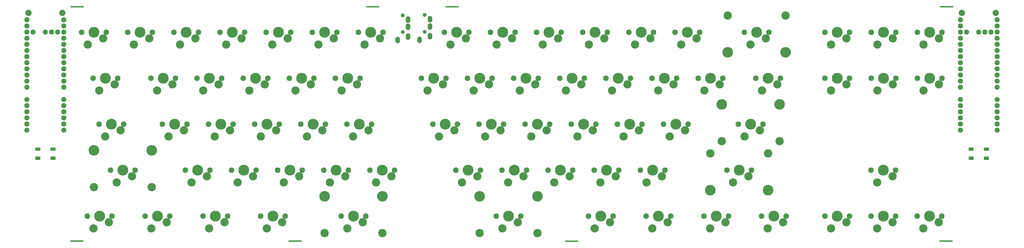
<source format=gbr>
G04 #@! TF.GenerationSoftware,KiCad,Pcbnew,(5.1.9)-1*
G04 #@! TF.CreationDate,2021-03-29T22:20:50-07:00*
G04 #@! TF.ProjectId,umiko,62616b65-6b75-46a6-9972-612e6b696361,0.3*
G04 #@! TF.SameCoordinates,Original*
G04 #@! TF.FileFunction,Soldermask,Top*
G04 #@! TF.FilePolarity,Negative*
%FSLAX46Y46*%
G04 Gerber Fmt 4.6, Leading zero omitted, Abs format (unit mm)*
G04 Created by KiCad (PCBNEW (5.1.9)-1) date 2021-03-29 22:20:50*
%MOMM*%
%LPD*%
G01*
G04 APERTURE LIST*
%ADD10C,0.700000*%
%ADD11C,2.100000*%
%ADD12C,2.600000*%
%ADD13C,3.400000*%
%ADD14C,2.300000*%
%ADD15C,4.500000*%
%ADD16C,4.387800*%
%ADD17C,3.448000*%
%ADD18C,2.150000*%
%ADD19C,1.600000*%
%ADD20O,1.900000X2.700000*%
G04 APERTURE END LIST*
D10*
X43212500Y-132200000D03*
X42025000Y-132200000D03*
X43806250Y-132200000D03*
X42618750Y-132200000D03*
X46775000Y-132200000D03*
X46181250Y-132200000D03*
X45587500Y-132200000D03*
X44993750Y-132200000D03*
X44400000Y-132200000D03*
X133312500Y-132200000D03*
X132125000Y-132200000D03*
X133906250Y-132200000D03*
X132718750Y-132200000D03*
X136875000Y-132200000D03*
X136281250Y-132200000D03*
X135687500Y-132200000D03*
X135093750Y-132200000D03*
X134500000Y-132200000D03*
X247512500Y-132300000D03*
X246325000Y-132300000D03*
X248106250Y-132300000D03*
X246918750Y-132300000D03*
X251075000Y-132300000D03*
X250481250Y-132300000D03*
X249887500Y-132300000D03*
X249293750Y-132300000D03*
X248700000Y-132300000D03*
X402112500Y-132200000D03*
X400925000Y-132200000D03*
X402706250Y-132200000D03*
X401518750Y-132200000D03*
X405675000Y-132200000D03*
X405081250Y-132200000D03*
X404487500Y-132200000D03*
X403893750Y-132200000D03*
X403300000Y-132200000D03*
X402312500Y-35100000D03*
X401125000Y-35100000D03*
X402906250Y-35100000D03*
X401718750Y-35100000D03*
X405875000Y-35100000D03*
X405281250Y-35100000D03*
X404687500Y-35100000D03*
X404093750Y-35100000D03*
X403500000Y-35100000D03*
X198112500Y-35100000D03*
X196925000Y-35100000D03*
X198706250Y-35100000D03*
X197518750Y-35100000D03*
X201675000Y-35100000D03*
X201081250Y-35100000D03*
X200487500Y-35100000D03*
X199893750Y-35100000D03*
X199300000Y-35100000D03*
X165412500Y-35100000D03*
X164225000Y-35100000D03*
X166006250Y-35100000D03*
X164818750Y-35100000D03*
X168975000Y-35100000D03*
X168381250Y-35100000D03*
X167787500Y-35100000D03*
X167193750Y-35100000D03*
X166600000Y-35100000D03*
X43312500Y-35100000D03*
X42125000Y-35100000D03*
X43906250Y-35100000D03*
X42718750Y-35100000D03*
X46875000Y-35100000D03*
X46281250Y-35100000D03*
X45687500Y-35100000D03*
X45093750Y-35100000D03*
X44500000Y-35100000D03*
D11*
X409179000Y-40513000D03*
X424394000Y-43053000D03*
D12*
X409789000Y-37688200D03*
X423784400Y-37688200D03*
D11*
X424394000Y-40513000D03*
X421854000Y-45593000D03*
X424394000Y-45593000D03*
X424394000Y-48133000D03*
X424394000Y-50673000D03*
X424394000Y-53213000D03*
X419314000Y-45593000D03*
X416774000Y-45593000D03*
X424394000Y-55753000D03*
X424394000Y-58293000D03*
X424394000Y-60833000D03*
X424394000Y-63373000D03*
X424394000Y-65913000D03*
X424394000Y-68453000D03*
X424394000Y-76073000D03*
X424394000Y-81153000D03*
X424394000Y-83693000D03*
X424394000Y-78613000D03*
X424394000Y-86233000D03*
X424394000Y-73533000D03*
X409179000Y-43053000D03*
X409179000Y-45593000D03*
X409179000Y-50673000D03*
X411719000Y-45593000D03*
X409179000Y-48133000D03*
X409179000Y-53213000D03*
X409179000Y-55753000D03*
X409179000Y-58293000D03*
X409179000Y-63373000D03*
X409179000Y-65913000D03*
X409179000Y-60833000D03*
X409179000Y-68453000D03*
X409179000Y-76073000D03*
X409179000Y-73533000D03*
X409179000Y-81153000D03*
X409179000Y-78613000D03*
X409179000Y-83693000D03*
X409179000Y-86233000D03*
X23759000Y-40513000D03*
X38974000Y-43053000D03*
D12*
X24369000Y-37688200D03*
X38364400Y-37688200D03*
D11*
X38974000Y-40513000D03*
X36434000Y-45593000D03*
X38974000Y-45593000D03*
X38974000Y-48133000D03*
X38974000Y-50673000D03*
X38974000Y-53213000D03*
X33894000Y-45593000D03*
X31354000Y-45593000D03*
X38974000Y-55753000D03*
X38974000Y-58293000D03*
X38974000Y-60833000D03*
X38974000Y-63373000D03*
X38974000Y-65913000D03*
X38974000Y-68453000D03*
X38974000Y-76073000D03*
X38974000Y-81153000D03*
X38974000Y-83693000D03*
X38974000Y-78613000D03*
X38974000Y-86233000D03*
X38974000Y-73533000D03*
X23759000Y-43053000D03*
X23759000Y-45593000D03*
X23759000Y-50673000D03*
X26299000Y-45593000D03*
X23759000Y-48133000D03*
X23759000Y-53213000D03*
X23759000Y-55753000D03*
X23759000Y-58293000D03*
X23759000Y-63373000D03*
X23759000Y-65913000D03*
X23759000Y-60833000D03*
X23759000Y-68453000D03*
X23759000Y-76073000D03*
X23759000Y-73533000D03*
X23759000Y-81153000D03*
X23759000Y-78613000D03*
X23759000Y-83693000D03*
X23759000Y-86233000D03*
D13*
X144145000Y-50800000D03*
X150495000Y-48260000D03*
D14*
X151765000Y-45720000D03*
X141605000Y-45720000D03*
D15*
X146685000Y-45720000D03*
D13*
X315341000Y-107950000D03*
X321691000Y-105410000D03*
D14*
X322961000Y-102870000D03*
X312801000Y-102870000D03*
D15*
X317881000Y-102870000D03*
D16*
X329819000Y-111125000D03*
X305943000Y-111125000D03*
D17*
X329819000Y-95885000D03*
X305943000Y-95885000D03*
D18*
X322961000Y-102870000D03*
X312801000Y-102870000D03*
D16*
X317881000Y-102870000D03*
X170529250Y-113665000D03*
X146653250Y-113665000D03*
D17*
X170529250Y-128905000D03*
X146653250Y-128905000D03*
D18*
X163671250Y-121920000D03*
X153511250Y-121920000D03*
D16*
X158591250Y-121920000D03*
D13*
X156051250Y-127000000D03*
X162401250Y-124460000D03*
D14*
X163671250Y-121920000D03*
X153511250Y-121920000D03*
D15*
X158591250Y-121920000D03*
D16*
X146653250Y-113665000D03*
X170529250Y-113665000D03*
D17*
X146653250Y-128905000D03*
X170529250Y-128905000D03*
D18*
X163671250Y-121920000D03*
X153511250Y-121920000D03*
D16*
X158591250Y-121920000D03*
X234569000Y-113665000D03*
X210693000Y-113665000D03*
D17*
X234569000Y-128905000D03*
X210693000Y-128905000D03*
D18*
X227711000Y-121920000D03*
X217551000Y-121920000D03*
D16*
X222631000Y-121920000D03*
D13*
X220091000Y-127000000D03*
X226441000Y-124460000D03*
D14*
X227711000Y-121920000D03*
X217551000Y-121920000D03*
D15*
X222631000Y-121920000D03*
D18*
X227711000Y-121920000D03*
X217551000Y-121920000D03*
D16*
X222631000Y-121920000D03*
D13*
X320103500Y-88900000D03*
X326453500Y-86360000D03*
D14*
X327723500Y-83820000D03*
X317563500Y-83820000D03*
D15*
X322643500Y-83820000D03*
D16*
X310705500Y-75565000D03*
X334581500Y-75565000D03*
D17*
X310705500Y-90805000D03*
X334581500Y-90805000D03*
D18*
X327723500Y-83820000D03*
X317563500Y-83820000D03*
D16*
X322643500Y-83820000D03*
D19*
X178952000Y-38630000D03*
X178952000Y-45630000D03*
D20*
X181102000Y-40430000D03*
X181102000Y-43430000D03*
X181102000Y-47430000D03*
X176802000Y-48930000D03*
D19*
X188023500Y-38503000D03*
X188023500Y-45503000D03*
D20*
X190173500Y-40303000D03*
X190173500Y-43303000D03*
X190173500Y-47303000D03*
X185873500Y-48803000D03*
G36*
G01*
X33505000Y-98400000D02*
X33505000Y-97400000D01*
G75*
G02*
X33705000Y-97200000I200000J0D01*
G01*
X35405000Y-97200000D01*
G75*
G02*
X35605000Y-97400000I0J-200000D01*
G01*
X35605000Y-98400000D01*
G75*
G02*
X35405000Y-98600000I-200000J0D01*
G01*
X33705000Y-98600000D01*
G75*
G02*
X33505000Y-98400000I0J200000D01*
G01*
G37*
G36*
G01*
X27205000Y-98400000D02*
X27205000Y-97400000D01*
G75*
G02*
X27405000Y-97200000I200000J0D01*
G01*
X29105000Y-97200000D01*
G75*
G02*
X29305000Y-97400000I0J-200000D01*
G01*
X29305000Y-98400000D01*
G75*
G02*
X29105000Y-98600000I-200000J0D01*
G01*
X27405000Y-98600000D01*
G75*
G02*
X27205000Y-98400000I0J200000D01*
G01*
G37*
G36*
G01*
X33505000Y-94600000D02*
X33505000Y-93600000D01*
G75*
G02*
X33705000Y-93400000I200000J0D01*
G01*
X35405000Y-93400000D01*
G75*
G02*
X35605000Y-93600000I0J-200000D01*
G01*
X35605000Y-94600000D01*
G75*
G02*
X35405000Y-94800000I-200000J0D01*
G01*
X33705000Y-94800000D01*
G75*
G02*
X33505000Y-94600000I0J200000D01*
G01*
G37*
G36*
G01*
X27205000Y-94600000D02*
X27205000Y-93600000D01*
G75*
G02*
X27405000Y-93400000I200000J0D01*
G01*
X29105000Y-93400000D01*
G75*
G02*
X29305000Y-93600000I0J-200000D01*
G01*
X29305000Y-94600000D01*
G75*
G02*
X29105000Y-94800000I-200000J0D01*
G01*
X27405000Y-94800000D01*
G75*
G02*
X27205000Y-94600000I0J200000D01*
G01*
G37*
G36*
G01*
X418877500Y-98400000D02*
X418877500Y-97400000D01*
G75*
G02*
X419077500Y-97200000I200000J0D01*
G01*
X420777500Y-97200000D01*
G75*
G02*
X420977500Y-97400000I0J-200000D01*
G01*
X420977500Y-98400000D01*
G75*
G02*
X420777500Y-98600000I-200000J0D01*
G01*
X419077500Y-98600000D01*
G75*
G02*
X418877500Y-98400000I0J200000D01*
G01*
G37*
G36*
G01*
X412577500Y-98400000D02*
X412577500Y-97400000D01*
G75*
G02*
X412777500Y-97200000I200000J0D01*
G01*
X414477500Y-97200000D01*
G75*
G02*
X414677500Y-97400000I0J-200000D01*
G01*
X414677500Y-98400000D01*
G75*
G02*
X414477500Y-98600000I-200000J0D01*
G01*
X412777500Y-98600000D01*
G75*
G02*
X412577500Y-98400000I0J200000D01*
G01*
G37*
G36*
G01*
X418877500Y-94600000D02*
X418877500Y-93600000D01*
G75*
G02*
X419077500Y-93400000I200000J0D01*
G01*
X420777500Y-93400000D01*
G75*
G02*
X420977500Y-93600000I0J-200000D01*
G01*
X420977500Y-94600000D01*
G75*
G02*
X420777500Y-94800000I-200000J0D01*
G01*
X419077500Y-94800000D01*
G75*
G02*
X418877500Y-94600000I0J200000D01*
G01*
G37*
G36*
G01*
X412577500Y-94600000D02*
X412577500Y-93600000D01*
G75*
G02*
X412777500Y-93400000I200000J0D01*
G01*
X414477500Y-93400000D01*
G75*
G02*
X414677500Y-93600000I0J-200000D01*
G01*
X414677500Y-94600000D01*
G75*
G02*
X414477500Y-94800000I-200000J0D01*
G01*
X412777500Y-94800000D01*
G75*
G02*
X412577500Y-94600000I0J200000D01*
G01*
G37*
D13*
X129857500Y-107950000D03*
X136207500Y-105410000D03*
D14*
X137477500Y-102870000D03*
X127317500Y-102870000D03*
D15*
X132397500Y-102870000D03*
D13*
X56038750Y-88900000D03*
X62388750Y-86360000D03*
D14*
X63658750Y-83820000D03*
X53498750Y-83820000D03*
D15*
X58578750Y-83820000D03*
D18*
X53498750Y-83820000D03*
X63658750Y-83820000D03*
D16*
X58578750Y-83820000D03*
D13*
X53657500Y-69850000D03*
X60007500Y-67310000D03*
D14*
X61277500Y-64770000D03*
X51117500Y-64770000D03*
D15*
X56197500Y-64770000D03*
D13*
X393890500Y-127000000D03*
X400240500Y-124460000D03*
D14*
X401510500Y-121920000D03*
X391350500Y-121920000D03*
D15*
X396430500Y-121920000D03*
D13*
X374840500Y-127000000D03*
X381190500Y-124460000D03*
D14*
X382460500Y-121920000D03*
X372300500Y-121920000D03*
D15*
X377380500Y-121920000D03*
D13*
X355821500Y-127000000D03*
X362171500Y-124460000D03*
D14*
X363441500Y-121920000D03*
X353281500Y-121920000D03*
D15*
X358361500Y-121920000D03*
D13*
X374840500Y-107950000D03*
X381190500Y-105410000D03*
D14*
X382460500Y-102870000D03*
X372300500Y-102870000D03*
D15*
X377380500Y-102870000D03*
D13*
X393954000Y-69850000D03*
X400304000Y-67310000D03*
D14*
X401574000Y-64770000D03*
X391414000Y-64770000D03*
D15*
X396494000Y-64770000D03*
D13*
X374904000Y-69850000D03*
X381254000Y-67310000D03*
D14*
X382524000Y-64770000D03*
X372364000Y-64770000D03*
D15*
X377444000Y-64770000D03*
D13*
X355821500Y-69850000D03*
X362171500Y-67310000D03*
D14*
X363441500Y-64770000D03*
X353281500Y-64770000D03*
D15*
X358361500Y-64770000D03*
D13*
X393954000Y-50800000D03*
X400304000Y-48260000D03*
D14*
X401574000Y-45720000D03*
X391414000Y-45720000D03*
D15*
X396494000Y-45720000D03*
D13*
X374904000Y-50800000D03*
X381254000Y-48260000D03*
D14*
X382524000Y-45720000D03*
X372364000Y-45720000D03*
D15*
X377444000Y-45720000D03*
D13*
X355821500Y-50800000D03*
X362171500Y-48260000D03*
D14*
X363441500Y-45720000D03*
X353281500Y-45720000D03*
D15*
X358361500Y-45720000D03*
D13*
X120332500Y-88900000D03*
X126682500Y-86360000D03*
D14*
X127952500Y-83820000D03*
X117792500Y-83820000D03*
D15*
X122872500Y-83820000D03*
D13*
X60801250Y-107950000D03*
X67151250Y-105410000D03*
D14*
X68421250Y-102870000D03*
X58261250Y-102870000D03*
D15*
X63341250Y-102870000D03*
D16*
X51403250Y-94615000D03*
X75279250Y-94615000D03*
D17*
X51403250Y-109855000D03*
X75279250Y-109855000D03*
D18*
X68421250Y-102870000D03*
X58261250Y-102870000D03*
D16*
X63341250Y-102870000D03*
D13*
X48895000Y-50800000D03*
X55245000Y-48260000D03*
D14*
X56515000Y-45720000D03*
X46355000Y-45720000D03*
D15*
X51435000Y-45720000D03*
D13*
X282003500Y-127000000D03*
X288353500Y-124460000D03*
D14*
X289623500Y-121920000D03*
X279463500Y-121920000D03*
D15*
X284543500Y-121920000D03*
D18*
X289623500Y-121920000D03*
X279463500Y-121920000D03*
D16*
X284543500Y-121920000D03*
D13*
X270097250Y-88900000D03*
X276447250Y-86360000D03*
D14*
X277717250Y-83820000D03*
X267557250Y-83820000D03*
D15*
X272637250Y-83820000D03*
D13*
X198659750Y-50800000D03*
X205009750Y-48260000D03*
D14*
X206279750Y-45720000D03*
X196119750Y-45720000D03*
D15*
X201199750Y-45720000D03*
D13*
X322484750Y-50800000D03*
X328834750Y-48260000D03*
D14*
X330104750Y-45720000D03*
X319944750Y-45720000D03*
D15*
X325024750Y-45720000D03*
D16*
X336962750Y-53975000D03*
X313086750Y-53975000D03*
D17*
X336962750Y-38735000D03*
X313086750Y-38735000D03*
D18*
X330104750Y-45720000D03*
X319944750Y-45720000D03*
D16*
X325024750Y-45720000D03*
D13*
X327247250Y-69850000D03*
X333597250Y-67310000D03*
D14*
X334867250Y-64770000D03*
X324707250Y-64770000D03*
D15*
X329787250Y-64770000D03*
D13*
X122777250Y-127000000D03*
X129127250Y-124460000D03*
D14*
X130397250Y-121920000D03*
X120237250Y-121920000D03*
D15*
X125317250Y-121920000D03*
D18*
X130397250Y-121920000D03*
X120237250Y-121920000D03*
D16*
X125317250Y-121920000D03*
D13*
X98964750Y-127000000D03*
X105314750Y-124460000D03*
D14*
X106584750Y-121920000D03*
X96424750Y-121920000D03*
D15*
X101504750Y-121920000D03*
D18*
X106584750Y-121920000D03*
X96424750Y-121920000D03*
D16*
X101504750Y-121920000D03*
D13*
X75088750Y-127000000D03*
X81438750Y-124460000D03*
D14*
X82708750Y-121920000D03*
X72548750Y-121920000D03*
D15*
X77628750Y-121920000D03*
D18*
X82708750Y-121920000D03*
X72548750Y-121920000D03*
D16*
X77628750Y-121920000D03*
D13*
X51276250Y-127000000D03*
X57626250Y-124460000D03*
D14*
X58896250Y-121920000D03*
X48736250Y-121920000D03*
D15*
X53816250Y-121920000D03*
D18*
X58896250Y-121920000D03*
X48736250Y-121920000D03*
D16*
X53816250Y-121920000D03*
D13*
X329628500Y-127000000D03*
X335978500Y-124460000D03*
D14*
X337248500Y-121920000D03*
X327088500Y-121920000D03*
D15*
X332168500Y-121920000D03*
D18*
X337248500Y-121920000D03*
X327088500Y-121920000D03*
D16*
X332168500Y-121920000D03*
D13*
X305816000Y-127000000D03*
X312166000Y-124460000D03*
D14*
X313436000Y-121920000D03*
X303276000Y-121920000D03*
D15*
X308356000Y-121920000D03*
D18*
X313436000Y-121920000D03*
X303276000Y-121920000D03*
D16*
X308356000Y-121920000D03*
D13*
X167957500Y-107950000D03*
X174307500Y-105410000D03*
D14*
X175577500Y-102870000D03*
X165417500Y-102870000D03*
D15*
X170497500Y-102870000D03*
D13*
X148907500Y-107950000D03*
X155257500Y-105410000D03*
D14*
X156527500Y-102870000D03*
X146367500Y-102870000D03*
D15*
X151447500Y-102870000D03*
D13*
X279622250Y-107950000D03*
X285972250Y-105410000D03*
D14*
X287242250Y-102870000D03*
X277082250Y-102870000D03*
D15*
X282162250Y-102870000D03*
D13*
X260572250Y-107950000D03*
X266922250Y-105410000D03*
D14*
X268192250Y-102870000D03*
X258032250Y-102870000D03*
D15*
X263112250Y-102870000D03*
D13*
X222472250Y-107950000D03*
X228822250Y-105410000D03*
D14*
X230092250Y-102870000D03*
X219932250Y-102870000D03*
D15*
X225012250Y-102870000D03*
D13*
X203422250Y-107950000D03*
X209772250Y-105410000D03*
D14*
X211042250Y-102870000D03*
X200882250Y-102870000D03*
D15*
X205962250Y-102870000D03*
D13*
X158432500Y-88900000D03*
X164782500Y-86360000D03*
D14*
X166052500Y-83820000D03*
X155892500Y-83820000D03*
D15*
X160972500Y-83820000D03*
D13*
X139382500Y-88900000D03*
X145732500Y-86360000D03*
D14*
X147002500Y-83820000D03*
X136842500Y-83820000D03*
D15*
X141922500Y-83820000D03*
D13*
X101282500Y-88900000D03*
X107632500Y-86360000D03*
D14*
X108902500Y-83820000D03*
X98742500Y-83820000D03*
D15*
X103822500Y-83820000D03*
D13*
X82232500Y-88900000D03*
X88582500Y-86360000D03*
D14*
X89852500Y-83820000D03*
X79692500Y-83820000D03*
D15*
X84772500Y-83820000D03*
D13*
X289147250Y-88900000D03*
X295497250Y-86360000D03*
D14*
X296767250Y-83820000D03*
X286607250Y-83820000D03*
D15*
X291687250Y-83820000D03*
D13*
X251047250Y-88900000D03*
X257397250Y-86360000D03*
D14*
X258667250Y-83820000D03*
X248507250Y-83820000D03*
D15*
X253587250Y-83820000D03*
D13*
X193897250Y-88900000D03*
X200247250Y-86360000D03*
D14*
X201517250Y-83820000D03*
X191357250Y-83820000D03*
D15*
X196437250Y-83820000D03*
D13*
X153670000Y-69850000D03*
X160020000Y-67310000D03*
D14*
X161290000Y-64770000D03*
X151130000Y-64770000D03*
D15*
X156210000Y-64770000D03*
D13*
X134620000Y-69850000D03*
X140970000Y-67310000D03*
D14*
X142240000Y-64770000D03*
X132080000Y-64770000D03*
D15*
X137160000Y-64770000D03*
D13*
X115570000Y-69850000D03*
X121920000Y-67310000D03*
D14*
X123190000Y-64770000D03*
X113030000Y-64770000D03*
D15*
X118110000Y-64770000D03*
D13*
X96520000Y-69850000D03*
X102870000Y-67310000D03*
D14*
X104140000Y-64770000D03*
X93980000Y-64770000D03*
D15*
X99060000Y-64770000D03*
D13*
X77470000Y-69850000D03*
X83820000Y-67310000D03*
D14*
X85090000Y-64770000D03*
X74930000Y-64770000D03*
D15*
X80010000Y-64770000D03*
D13*
X284384750Y-69850000D03*
X290734750Y-67310000D03*
D14*
X292004750Y-64770000D03*
X281844750Y-64770000D03*
D15*
X286924750Y-64770000D03*
D13*
X246284750Y-69850000D03*
X252634750Y-67310000D03*
D14*
X253904750Y-64770000D03*
X243744750Y-64770000D03*
D15*
X248824750Y-64770000D03*
D13*
X227234750Y-69850000D03*
X233584750Y-67310000D03*
D14*
X234854750Y-64770000D03*
X224694750Y-64770000D03*
D15*
X229774750Y-64770000D03*
D13*
X208184750Y-69850000D03*
X214534750Y-67310000D03*
D14*
X215804750Y-64770000D03*
X205644750Y-64770000D03*
D15*
X210724750Y-64770000D03*
D13*
X189134750Y-69850000D03*
X195484750Y-67310000D03*
D14*
X196754750Y-64770000D03*
X186594750Y-64770000D03*
D15*
X191674750Y-64770000D03*
D13*
X106045000Y-50800000D03*
X112395000Y-48260000D03*
D14*
X113665000Y-45720000D03*
X103505000Y-45720000D03*
D15*
X108585000Y-45720000D03*
D13*
X86995000Y-50800000D03*
X93345000Y-48260000D03*
D14*
X94615000Y-45720000D03*
X84455000Y-45720000D03*
D15*
X89535000Y-45720000D03*
D13*
X67945000Y-50800000D03*
X74295000Y-48260000D03*
D14*
X75565000Y-45720000D03*
X65405000Y-45720000D03*
D15*
X70485000Y-45720000D03*
D13*
X293909750Y-50800000D03*
X300259750Y-48260000D03*
D14*
X301529750Y-45720000D03*
X291369750Y-45720000D03*
D15*
X296449750Y-45720000D03*
D13*
X274859750Y-50800000D03*
X281209750Y-48260000D03*
D14*
X282479750Y-45720000D03*
X272319750Y-45720000D03*
D15*
X277399750Y-45720000D03*
D13*
X236759750Y-50800000D03*
X243109750Y-48260000D03*
D14*
X244379750Y-45720000D03*
X234219750Y-45720000D03*
D15*
X239299750Y-45720000D03*
D13*
X163195000Y-50800000D03*
X169545000Y-48260000D03*
D14*
X170815000Y-45720000D03*
X160655000Y-45720000D03*
D15*
X165735000Y-45720000D03*
D13*
X258191000Y-127000000D03*
X264541000Y-124460000D03*
D14*
X265811000Y-121920000D03*
X255651000Y-121920000D03*
D15*
X260731000Y-121920000D03*
D18*
X265811000Y-121920000D03*
X255651000Y-121920000D03*
D16*
X260731000Y-121920000D03*
D13*
X110807500Y-107950000D03*
X117157500Y-105410000D03*
D14*
X118427500Y-102870000D03*
X108267500Y-102870000D03*
D15*
X113347500Y-102870000D03*
D13*
X91757500Y-107950000D03*
X98107500Y-105410000D03*
D14*
X99377500Y-102870000D03*
X89217500Y-102870000D03*
D15*
X94297500Y-102870000D03*
D13*
X241522250Y-107950000D03*
X247872250Y-105410000D03*
D14*
X249142250Y-102870000D03*
X238982250Y-102870000D03*
D15*
X244062250Y-102870000D03*
D13*
X231997250Y-88900000D03*
X238347250Y-86360000D03*
D14*
X239617250Y-83820000D03*
X229457250Y-83820000D03*
D15*
X234537250Y-83820000D03*
D13*
X212947250Y-88900000D03*
X219297250Y-86360000D03*
D14*
X220567250Y-83820000D03*
X210407250Y-83820000D03*
D15*
X215487250Y-83820000D03*
D13*
X303434750Y-69850000D03*
X309784750Y-67310000D03*
D14*
X311054750Y-64770000D03*
X300894750Y-64770000D03*
D15*
X305974750Y-64770000D03*
D13*
X265334750Y-69850000D03*
X271684750Y-67310000D03*
D14*
X272954750Y-64770000D03*
X262794750Y-64770000D03*
D15*
X267874750Y-64770000D03*
D13*
X125095000Y-50800000D03*
X131445000Y-48260000D03*
D14*
X132715000Y-45720000D03*
X122555000Y-45720000D03*
D15*
X127635000Y-45720000D03*
D13*
X255809750Y-50800000D03*
X262159750Y-48260000D03*
D14*
X263429750Y-45720000D03*
X253269750Y-45720000D03*
D15*
X258349750Y-45720000D03*
D13*
X217709750Y-50800000D03*
X224059750Y-48260000D03*
D14*
X225329750Y-45720000D03*
X215169750Y-45720000D03*
D15*
X220249750Y-45720000D03*
M02*

</source>
